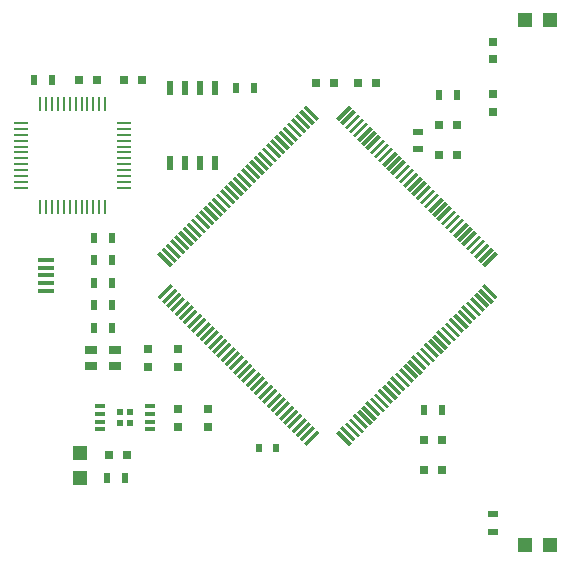
<source format=gtp>
G04 #@! TF.FileFunction,Paste,Top*
%FSLAX46Y46*%
G04 Gerber Fmt 4.6, Leading zero omitted, Abs format (unit mm)*
G04 Created by KiCad (PCBNEW 0.201602101416+6546~42~ubuntu14.04.1-product) date Thu 11 Feb 2016 08:58:18 AM CET*
%MOMM*%
G01*
G04 APERTURE LIST*
%ADD10C,0.100000*%
%ADD11R,0.750000X0.800000*%
%ADD12R,1.350000X0.400000*%
%ADD13R,0.250000X1.300000*%
%ADD14R,1.300000X0.250000*%
%ADD15R,0.800000X0.750000*%
%ADD16R,0.600000X0.700000*%
%ADD17R,0.500000X0.900000*%
%ADD18R,0.508000X1.143000*%
%ADD19R,0.890000X0.420000*%
%ADD20R,0.504000X0.564000*%
%ADD21R,1.050000X0.650000*%
%ADD22R,1.198880X1.198880*%
%ADD23R,0.900000X0.500000*%
G04 APERTURE END LIST*
D10*
D11*
X115570000Y-132195000D03*
X115570000Y-130695000D03*
D10*
G36*
X142465169Y-122427068D02*
X142677301Y-122639200D01*
X141581285Y-123735216D01*
X141369153Y-123523084D01*
X142465169Y-122427068D01*
X142465169Y-122427068D01*
G37*
G36*
X142111616Y-122073514D02*
X142323748Y-122285646D01*
X141227732Y-123381662D01*
X141015600Y-123169530D01*
X142111616Y-122073514D01*
X142111616Y-122073514D01*
G37*
G36*
X141758062Y-121719961D02*
X141970194Y-121932093D01*
X140874178Y-123028109D01*
X140662046Y-122815977D01*
X141758062Y-121719961D01*
X141758062Y-121719961D01*
G37*
G36*
X141404509Y-121366408D02*
X141616641Y-121578540D01*
X140520625Y-122674556D01*
X140308493Y-122462424D01*
X141404509Y-121366408D01*
X141404509Y-121366408D01*
G37*
G36*
X141050955Y-121012854D02*
X141263087Y-121224986D01*
X140167071Y-122321002D01*
X139954939Y-122108870D01*
X141050955Y-121012854D01*
X141050955Y-121012854D01*
G37*
G36*
X140697402Y-120659301D02*
X140909534Y-120871433D01*
X139813518Y-121967449D01*
X139601386Y-121755317D01*
X140697402Y-120659301D01*
X140697402Y-120659301D01*
G37*
G36*
X140343849Y-120305747D02*
X140555981Y-120517879D01*
X139459965Y-121613895D01*
X139247833Y-121401763D01*
X140343849Y-120305747D01*
X140343849Y-120305747D01*
G37*
G36*
X139990295Y-119952194D02*
X140202427Y-120164326D01*
X139106411Y-121260342D01*
X138894279Y-121048210D01*
X139990295Y-119952194D01*
X139990295Y-119952194D01*
G37*
G36*
X139636742Y-119598641D02*
X139848874Y-119810773D01*
X138752858Y-120906789D01*
X138540726Y-120694657D01*
X139636742Y-119598641D01*
X139636742Y-119598641D01*
G37*
G36*
X139283188Y-119245087D02*
X139495320Y-119457219D01*
X138399304Y-120553235D01*
X138187172Y-120341103D01*
X139283188Y-119245087D01*
X139283188Y-119245087D01*
G37*
G36*
X138929635Y-118891534D02*
X139141767Y-119103666D01*
X138045751Y-120199682D01*
X137833619Y-119987550D01*
X138929635Y-118891534D01*
X138929635Y-118891534D01*
G37*
G36*
X138576082Y-118537980D02*
X138788214Y-118750112D01*
X137692198Y-119846128D01*
X137480066Y-119633996D01*
X138576082Y-118537980D01*
X138576082Y-118537980D01*
G37*
G36*
X138222528Y-118184427D02*
X138434660Y-118396559D01*
X137338644Y-119492575D01*
X137126512Y-119280443D01*
X138222528Y-118184427D01*
X138222528Y-118184427D01*
G37*
G36*
X137868975Y-117830874D02*
X138081107Y-118043006D01*
X136985091Y-119139022D01*
X136772959Y-118926890D01*
X137868975Y-117830874D01*
X137868975Y-117830874D01*
G37*
G36*
X137515421Y-117477320D02*
X137727553Y-117689452D01*
X136631537Y-118785468D01*
X136419405Y-118573336D01*
X137515421Y-117477320D01*
X137515421Y-117477320D01*
G37*
G36*
X137161868Y-117123767D02*
X137374000Y-117335899D01*
X136277984Y-118431915D01*
X136065852Y-118219783D01*
X137161868Y-117123767D01*
X137161868Y-117123767D01*
G37*
G36*
X136808315Y-116770214D02*
X137020447Y-116982346D01*
X135924431Y-118078362D01*
X135712299Y-117866230D01*
X136808315Y-116770214D01*
X136808315Y-116770214D01*
G37*
G36*
X136454761Y-116416660D02*
X136666893Y-116628792D01*
X135570877Y-117724808D01*
X135358745Y-117512676D01*
X136454761Y-116416660D01*
X136454761Y-116416660D01*
G37*
G36*
X136101208Y-116063107D02*
X136313340Y-116275239D01*
X135217324Y-117371255D01*
X135005192Y-117159123D01*
X136101208Y-116063107D01*
X136101208Y-116063107D01*
G37*
G36*
X135747654Y-115709553D02*
X135959786Y-115921685D01*
X134863770Y-117017701D01*
X134651638Y-116805569D01*
X135747654Y-115709553D01*
X135747654Y-115709553D01*
G37*
G36*
X135394101Y-115356000D02*
X135606233Y-115568132D01*
X134510217Y-116664148D01*
X134298085Y-116452016D01*
X135394101Y-115356000D01*
X135394101Y-115356000D01*
G37*
G36*
X135040548Y-115002447D02*
X135252680Y-115214579D01*
X134156664Y-116310595D01*
X133944532Y-116098463D01*
X135040548Y-115002447D01*
X135040548Y-115002447D01*
G37*
G36*
X134686994Y-114648893D02*
X134899126Y-114861025D01*
X133803110Y-115957041D01*
X133590978Y-115744909D01*
X134686994Y-114648893D01*
X134686994Y-114648893D01*
G37*
G36*
X134333441Y-114295340D02*
X134545573Y-114507472D01*
X133449557Y-115603488D01*
X133237425Y-115391356D01*
X134333441Y-114295340D01*
X134333441Y-114295340D01*
G37*
G36*
X133979888Y-113941786D02*
X134192020Y-114153918D01*
X133096004Y-115249934D01*
X132883872Y-115037802D01*
X133979888Y-113941786D01*
X133979888Y-113941786D01*
G37*
G36*
X133626334Y-113588233D02*
X133838466Y-113800365D01*
X132742450Y-114896381D01*
X132530318Y-114684249D01*
X133626334Y-113588233D01*
X133626334Y-113588233D01*
G37*
G36*
X133272781Y-113234680D02*
X133484913Y-113446812D01*
X132388897Y-114542828D01*
X132176765Y-114330696D01*
X133272781Y-113234680D01*
X133272781Y-113234680D01*
G37*
G36*
X132919227Y-112881126D02*
X133131359Y-113093258D01*
X132035343Y-114189274D01*
X131823211Y-113977142D01*
X132919227Y-112881126D01*
X132919227Y-112881126D01*
G37*
G36*
X132565674Y-112527573D02*
X132777806Y-112739705D01*
X131681790Y-113835721D01*
X131469658Y-113623589D01*
X132565674Y-112527573D01*
X132565674Y-112527573D01*
G37*
G36*
X132212121Y-112174019D02*
X132424253Y-112386151D01*
X131328237Y-113482167D01*
X131116105Y-113270035D01*
X132212121Y-112174019D01*
X132212121Y-112174019D01*
G37*
G36*
X131858567Y-111820466D02*
X132070699Y-112032598D01*
X130974683Y-113128614D01*
X130762551Y-112916482D01*
X131858567Y-111820466D01*
X131858567Y-111820466D01*
G37*
G36*
X131505014Y-111466913D02*
X131717146Y-111679045D01*
X130621130Y-112775061D01*
X130408998Y-112562929D01*
X131505014Y-111466913D01*
X131505014Y-111466913D01*
G37*
G36*
X131151460Y-111113359D02*
X131363592Y-111325491D01*
X130267576Y-112421507D01*
X130055444Y-112209375D01*
X131151460Y-111113359D01*
X131151460Y-111113359D01*
G37*
G36*
X130797907Y-110759806D02*
X131010039Y-110971938D01*
X129914023Y-112067954D01*
X129701891Y-111855822D01*
X130797907Y-110759806D01*
X130797907Y-110759806D01*
G37*
G36*
X130444354Y-110406252D02*
X130656486Y-110618384D01*
X129560470Y-111714400D01*
X129348338Y-111502268D01*
X130444354Y-110406252D01*
X130444354Y-110406252D01*
G37*
G36*
X130090800Y-110052699D02*
X130302932Y-110264831D01*
X129206916Y-111360847D01*
X128994784Y-111148715D01*
X130090800Y-110052699D01*
X130090800Y-110052699D01*
G37*
G36*
X126237068Y-110264831D02*
X126449200Y-110052699D01*
X127545216Y-111148715D01*
X127333084Y-111360847D01*
X126237068Y-110264831D01*
X126237068Y-110264831D01*
G37*
G36*
X125883514Y-110618384D02*
X126095646Y-110406252D01*
X127191662Y-111502268D01*
X126979530Y-111714400D01*
X125883514Y-110618384D01*
X125883514Y-110618384D01*
G37*
G36*
X125529961Y-110971938D02*
X125742093Y-110759806D01*
X126838109Y-111855822D01*
X126625977Y-112067954D01*
X125529961Y-110971938D01*
X125529961Y-110971938D01*
G37*
G36*
X125176408Y-111325491D02*
X125388540Y-111113359D01*
X126484556Y-112209375D01*
X126272424Y-112421507D01*
X125176408Y-111325491D01*
X125176408Y-111325491D01*
G37*
G36*
X124822854Y-111679045D02*
X125034986Y-111466913D01*
X126131002Y-112562929D01*
X125918870Y-112775061D01*
X124822854Y-111679045D01*
X124822854Y-111679045D01*
G37*
G36*
X124469301Y-112032598D02*
X124681433Y-111820466D01*
X125777449Y-112916482D01*
X125565317Y-113128614D01*
X124469301Y-112032598D01*
X124469301Y-112032598D01*
G37*
G36*
X124115747Y-112386151D02*
X124327879Y-112174019D01*
X125423895Y-113270035D01*
X125211763Y-113482167D01*
X124115747Y-112386151D01*
X124115747Y-112386151D01*
G37*
G36*
X123762194Y-112739705D02*
X123974326Y-112527573D01*
X125070342Y-113623589D01*
X124858210Y-113835721D01*
X123762194Y-112739705D01*
X123762194Y-112739705D01*
G37*
G36*
X123408641Y-113093258D02*
X123620773Y-112881126D01*
X124716789Y-113977142D01*
X124504657Y-114189274D01*
X123408641Y-113093258D01*
X123408641Y-113093258D01*
G37*
G36*
X123055087Y-113446812D02*
X123267219Y-113234680D01*
X124363235Y-114330696D01*
X124151103Y-114542828D01*
X123055087Y-113446812D01*
X123055087Y-113446812D01*
G37*
G36*
X122701534Y-113800365D02*
X122913666Y-113588233D01*
X124009682Y-114684249D01*
X123797550Y-114896381D01*
X122701534Y-113800365D01*
X122701534Y-113800365D01*
G37*
G36*
X122347980Y-114153918D02*
X122560112Y-113941786D01*
X123656128Y-115037802D01*
X123443996Y-115249934D01*
X122347980Y-114153918D01*
X122347980Y-114153918D01*
G37*
G36*
X121994427Y-114507472D02*
X122206559Y-114295340D01*
X123302575Y-115391356D01*
X123090443Y-115603488D01*
X121994427Y-114507472D01*
X121994427Y-114507472D01*
G37*
G36*
X121640874Y-114861025D02*
X121853006Y-114648893D01*
X122949022Y-115744909D01*
X122736890Y-115957041D01*
X121640874Y-114861025D01*
X121640874Y-114861025D01*
G37*
G36*
X121287320Y-115214579D02*
X121499452Y-115002447D01*
X122595468Y-116098463D01*
X122383336Y-116310595D01*
X121287320Y-115214579D01*
X121287320Y-115214579D01*
G37*
G36*
X120933767Y-115568132D02*
X121145899Y-115356000D01*
X122241915Y-116452016D01*
X122029783Y-116664148D01*
X120933767Y-115568132D01*
X120933767Y-115568132D01*
G37*
G36*
X120580214Y-115921685D02*
X120792346Y-115709553D01*
X121888362Y-116805569D01*
X121676230Y-117017701D01*
X120580214Y-115921685D01*
X120580214Y-115921685D01*
G37*
G36*
X120226660Y-116275239D02*
X120438792Y-116063107D01*
X121534808Y-117159123D01*
X121322676Y-117371255D01*
X120226660Y-116275239D01*
X120226660Y-116275239D01*
G37*
G36*
X119873107Y-116628792D02*
X120085239Y-116416660D01*
X121181255Y-117512676D01*
X120969123Y-117724808D01*
X119873107Y-116628792D01*
X119873107Y-116628792D01*
G37*
G36*
X119519553Y-116982346D02*
X119731685Y-116770214D01*
X120827701Y-117866230D01*
X120615569Y-118078362D01*
X119519553Y-116982346D01*
X119519553Y-116982346D01*
G37*
G36*
X119166000Y-117335899D02*
X119378132Y-117123767D01*
X120474148Y-118219783D01*
X120262016Y-118431915D01*
X119166000Y-117335899D01*
X119166000Y-117335899D01*
G37*
G36*
X118812447Y-117689452D02*
X119024579Y-117477320D01*
X120120595Y-118573336D01*
X119908463Y-118785468D01*
X118812447Y-117689452D01*
X118812447Y-117689452D01*
G37*
G36*
X118458893Y-118043006D02*
X118671025Y-117830874D01*
X119767041Y-118926890D01*
X119554909Y-119139022D01*
X118458893Y-118043006D01*
X118458893Y-118043006D01*
G37*
G36*
X118105340Y-118396559D02*
X118317472Y-118184427D01*
X119413488Y-119280443D01*
X119201356Y-119492575D01*
X118105340Y-118396559D01*
X118105340Y-118396559D01*
G37*
G36*
X117751786Y-118750112D02*
X117963918Y-118537980D01*
X119059934Y-119633996D01*
X118847802Y-119846128D01*
X117751786Y-118750112D01*
X117751786Y-118750112D01*
G37*
G36*
X117398233Y-119103666D02*
X117610365Y-118891534D01*
X118706381Y-119987550D01*
X118494249Y-120199682D01*
X117398233Y-119103666D01*
X117398233Y-119103666D01*
G37*
G36*
X117044680Y-119457219D02*
X117256812Y-119245087D01*
X118352828Y-120341103D01*
X118140696Y-120553235D01*
X117044680Y-119457219D01*
X117044680Y-119457219D01*
G37*
G36*
X116691126Y-119810773D02*
X116903258Y-119598641D01*
X117999274Y-120694657D01*
X117787142Y-120906789D01*
X116691126Y-119810773D01*
X116691126Y-119810773D01*
G37*
G36*
X116337573Y-120164326D02*
X116549705Y-119952194D01*
X117645721Y-121048210D01*
X117433589Y-121260342D01*
X116337573Y-120164326D01*
X116337573Y-120164326D01*
G37*
G36*
X115984019Y-120517879D02*
X116196151Y-120305747D01*
X117292167Y-121401763D01*
X117080035Y-121613895D01*
X115984019Y-120517879D01*
X115984019Y-120517879D01*
G37*
G36*
X115630466Y-120871433D02*
X115842598Y-120659301D01*
X116938614Y-121755317D01*
X116726482Y-121967449D01*
X115630466Y-120871433D01*
X115630466Y-120871433D01*
G37*
G36*
X115276913Y-121224986D02*
X115489045Y-121012854D01*
X116585061Y-122108870D01*
X116372929Y-122321002D01*
X115276913Y-121224986D01*
X115276913Y-121224986D01*
G37*
G36*
X114923359Y-121578540D02*
X115135491Y-121366408D01*
X116231507Y-122462424D01*
X116019375Y-122674556D01*
X114923359Y-121578540D01*
X114923359Y-121578540D01*
G37*
G36*
X114569806Y-121932093D02*
X114781938Y-121719961D01*
X115877954Y-122815977D01*
X115665822Y-123028109D01*
X114569806Y-121932093D01*
X114569806Y-121932093D01*
G37*
G36*
X114216252Y-122285646D02*
X114428384Y-122073514D01*
X115524400Y-123169530D01*
X115312268Y-123381662D01*
X114216252Y-122285646D01*
X114216252Y-122285646D01*
G37*
G36*
X113862699Y-122639200D02*
X114074831Y-122427068D01*
X115170847Y-123523084D01*
X114958715Y-123735216D01*
X113862699Y-122639200D01*
X113862699Y-122639200D01*
G37*
G36*
X114958715Y-125184784D02*
X115170847Y-125396916D01*
X114074831Y-126492932D01*
X113862699Y-126280800D01*
X114958715Y-125184784D01*
X114958715Y-125184784D01*
G37*
G36*
X115312268Y-125538338D02*
X115524400Y-125750470D01*
X114428384Y-126846486D01*
X114216252Y-126634354D01*
X115312268Y-125538338D01*
X115312268Y-125538338D01*
G37*
G36*
X115665822Y-125891891D02*
X115877954Y-126104023D01*
X114781938Y-127200039D01*
X114569806Y-126987907D01*
X115665822Y-125891891D01*
X115665822Y-125891891D01*
G37*
G36*
X116019375Y-126245444D02*
X116231507Y-126457576D01*
X115135491Y-127553592D01*
X114923359Y-127341460D01*
X116019375Y-126245444D01*
X116019375Y-126245444D01*
G37*
G36*
X116372929Y-126598998D02*
X116585061Y-126811130D01*
X115489045Y-127907146D01*
X115276913Y-127695014D01*
X116372929Y-126598998D01*
X116372929Y-126598998D01*
G37*
G36*
X116726482Y-126952551D02*
X116938614Y-127164683D01*
X115842598Y-128260699D01*
X115630466Y-128048567D01*
X116726482Y-126952551D01*
X116726482Y-126952551D01*
G37*
G36*
X117080035Y-127306105D02*
X117292167Y-127518237D01*
X116196151Y-128614253D01*
X115984019Y-128402121D01*
X117080035Y-127306105D01*
X117080035Y-127306105D01*
G37*
G36*
X117433589Y-127659658D02*
X117645721Y-127871790D01*
X116549705Y-128967806D01*
X116337573Y-128755674D01*
X117433589Y-127659658D01*
X117433589Y-127659658D01*
G37*
G36*
X117787142Y-128013211D02*
X117999274Y-128225343D01*
X116903258Y-129321359D01*
X116691126Y-129109227D01*
X117787142Y-128013211D01*
X117787142Y-128013211D01*
G37*
G36*
X118140696Y-128366765D02*
X118352828Y-128578897D01*
X117256812Y-129674913D01*
X117044680Y-129462781D01*
X118140696Y-128366765D01*
X118140696Y-128366765D01*
G37*
G36*
X118494249Y-128720318D02*
X118706381Y-128932450D01*
X117610365Y-130028466D01*
X117398233Y-129816334D01*
X118494249Y-128720318D01*
X118494249Y-128720318D01*
G37*
G36*
X118847802Y-129073872D02*
X119059934Y-129286004D01*
X117963918Y-130382020D01*
X117751786Y-130169888D01*
X118847802Y-129073872D01*
X118847802Y-129073872D01*
G37*
G36*
X119201356Y-129427425D02*
X119413488Y-129639557D01*
X118317472Y-130735573D01*
X118105340Y-130523441D01*
X119201356Y-129427425D01*
X119201356Y-129427425D01*
G37*
G36*
X119554909Y-129780978D02*
X119767041Y-129993110D01*
X118671025Y-131089126D01*
X118458893Y-130876994D01*
X119554909Y-129780978D01*
X119554909Y-129780978D01*
G37*
G36*
X119908463Y-130134532D02*
X120120595Y-130346664D01*
X119024579Y-131442680D01*
X118812447Y-131230548D01*
X119908463Y-130134532D01*
X119908463Y-130134532D01*
G37*
G36*
X120262016Y-130488085D02*
X120474148Y-130700217D01*
X119378132Y-131796233D01*
X119166000Y-131584101D01*
X120262016Y-130488085D01*
X120262016Y-130488085D01*
G37*
G36*
X120615569Y-130841638D02*
X120827701Y-131053770D01*
X119731685Y-132149786D01*
X119519553Y-131937654D01*
X120615569Y-130841638D01*
X120615569Y-130841638D01*
G37*
G36*
X120969123Y-131195192D02*
X121181255Y-131407324D01*
X120085239Y-132503340D01*
X119873107Y-132291208D01*
X120969123Y-131195192D01*
X120969123Y-131195192D01*
G37*
G36*
X121322676Y-131548745D02*
X121534808Y-131760877D01*
X120438792Y-132856893D01*
X120226660Y-132644761D01*
X121322676Y-131548745D01*
X121322676Y-131548745D01*
G37*
G36*
X121676230Y-131902299D02*
X121888362Y-132114431D01*
X120792346Y-133210447D01*
X120580214Y-132998315D01*
X121676230Y-131902299D01*
X121676230Y-131902299D01*
G37*
G36*
X122029783Y-132255852D02*
X122241915Y-132467984D01*
X121145899Y-133564000D01*
X120933767Y-133351868D01*
X122029783Y-132255852D01*
X122029783Y-132255852D01*
G37*
G36*
X122383336Y-132609405D02*
X122595468Y-132821537D01*
X121499452Y-133917553D01*
X121287320Y-133705421D01*
X122383336Y-132609405D01*
X122383336Y-132609405D01*
G37*
G36*
X122736890Y-132962959D02*
X122949022Y-133175091D01*
X121853006Y-134271107D01*
X121640874Y-134058975D01*
X122736890Y-132962959D01*
X122736890Y-132962959D01*
G37*
G36*
X123090443Y-133316512D02*
X123302575Y-133528644D01*
X122206559Y-134624660D01*
X121994427Y-134412528D01*
X123090443Y-133316512D01*
X123090443Y-133316512D01*
G37*
G36*
X123443996Y-133670066D02*
X123656128Y-133882198D01*
X122560112Y-134978214D01*
X122347980Y-134766082D01*
X123443996Y-133670066D01*
X123443996Y-133670066D01*
G37*
G36*
X123797550Y-134023619D02*
X124009682Y-134235751D01*
X122913666Y-135331767D01*
X122701534Y-135119635D01*
X123797550Y-134023619D01*
X123797550Y-134023619D01*
G37*
G36*
X124151103Y-134377172D02*
X124363235Y-134589304D01*
X123267219Y-135685320D01*
X123055087Y-135473188D01*
X124151103Y-134377172D01*
X124151103Y-134377172D01*
G37*
G36*
X124504657Y-134730726D02*
X124716789Y-134942858D01*
X123620773Y-136038874D01*
X123408641Y-135826742D01*
X124504657Y-134730726D01*
X124504657Y-134730726D01*
G37*
G36*
X124858210Y-135084279D02*
X125070342Y-135296411D01*
X123974326Y-136392427D01*
X123762194Y-136180295D01*
X124858210Y-135084279D01*
X124858210Y-135084279D01*
G37*
G36*
X125211763Y-135437833D02*
X125423895Y-135649965D01*
X124327879Y-136745981D01*
X124115747Y-136533849D01*
X125211763Y-135437833D01*
X125211763Y-135437833D01*
G37*
G36*
X125565317Y-135791386D02*
X125777449Y-136003518D01*
X124681433Y-137099534D01*
X124469301Y-136887402D01*
X125565317Y-135791386D01*
X125565317Y-135791386D01*
G37*
G36*
X125918870Y-136144939D02*
X126131002Y-136357071D01*
X125034986Y-137453087D01*
X124822854Y-137240955D01*
X125918870Y-136144939D01*
X125918870Y-136144939D01*
G37*
G36*
X126272424Y-136498493D02*
X126484556Y-136710625D01*
X125388540Y-137806641D01*
X125176408Y-137594509D01*
X126272424Y-136498493D01*
X126272424Y-136498493D01*
G37*
G36*
X126625977Y-136852046D02*
X126838109Y-137064178D01*
X125742093Y-138160194D01*
X125529961Y-137948062D01*
X126625977Y-136852046D01*
X126625977Y-136852046D01*
G37*
G36*
X126979530Y-137205600D02*
X127191662Y-137417732D01*
X126095646Y-138513748D01*
X125883514Y-138301616D01*
X126979530Y-137205600D01*
X126979530Y-137205600D01*
G37*
G36*
X127333084Y-137559153D02*
X127545216Y-137771285D01*
X126449200Y-138867301D01*
X126237068Y-138655169D01*
X127333084Y-137559153D01*
X127333084Y-137559153D01*
G37*
G36*
X128994784Y-137771285D02*
X129206916Y-137559153D01*
X130302932Y-138655169D01*
X130090800Y-138867301D01*
X128994784Y-137771285D01*
X128994784Y-137771285D01*
G37*
G36*
X129348338Y-137417732D02*
X129560470Y-137205600D01*
X130656486Y-138301616D01*
X130444354Y-138513748D01*
X129348338Y-137417732D01*
X129348338Y-137417732D01*
G37*
G36*
X129701891Y-137064178D02*
X129914023Y-136852046D01*
X131010039Y-137948062D01*
X130797907Y-138160194D01*
X129701891Y-137064178D01*
X129701891Y-137064178D01*
G37*
G36*
X130055444Y-136710625D02*
X130267576Y-136498493D01*
X131363592Y-137594509D01*
X131151460Y-137806641D01*
X130055444Y-136710625D01*
X130055444Y-136710625D01*
G37*
G36*
X130408998Y-136357071D02*
X130621130Y-136144939D01*
X131717146Y-137240955D01*
X131505014Y-137453087D01*
X130408998Y-136357071D01*
X130408998Y-136357071D01*
G37*
G36*
X130762551Y-136003518D02*
X130974683Y-135791386D01*
X132070699Y-136887402D01*
X131858567Y-137099534D01*
X130762551Y-136003518D01*
X130762551Y-136003518D01*
G37*
G36*
X131116105Y-135649965D02*
X131328237Y-135437833D01*
X132424253Y-136533849D01*
X132212121Y-136745981D01*
X131116105Y-135649965D01*
X131116105Y-135649965D01*
G37*
G36*
X131469658Y-135296411D02*
X131681790Y-135084279D01*
X132777806Y-136180295D01*
X132565674Y-136392427D01*
X131469658Y-135296411D01*
X131469658Y-135296411D01*
G37*
G36*
X131823211Y-134942858D02*
X132035343Y-134730726D01*
X133131359Y-135826742D01*
X132919227Y-136038874D01*
X131823211Y-134942858D01*
X131823211Y-134942858D01*
G37*
G36*
X132176765Y-134589304D02*
X132388897Y-134377172D01*
X133484913Y-135473188D01*
X133272781Y-135685320D01*
X132176765Y-134589304D01*
X132176765Y-134589304D01*
G37*
G36*
X132530318Y-134235751D02*
X132742450Y-134023619D01*
X133838466Y-135119635D01*
X133626334Y-135331767D01*
X132530318Y-134235751D01*
X132530318Y-134235751D01*
G37*
G36*
X132883872Y-133882198D02*
X133096004Y-133670066D01*
X134192020Y-134766082D01*
X133979888Y-134978214D01*
X132883872Y-133882198D01*
X132883872Y-133882198D01*
G37*
G36*
X133237425Y-133528644D02*
X133449557Y-133316512D01*
X134545573Y-134412528D01*
X134333441Y-134624660D01*
X133237425Y-133528644D01*
X133237425Y-133528644D01*
G37*
G36*
X133590978Y-133175091D02*
X133803110Y-132962959D01*
X134899126Y-134058975D01*
X134686994Y-134271107D01*
X133590978Y-133175091D01*
X133590978Y-133175091D01*
G37*
G36*
X133944532Y-132821537D02*
X134156664Y-132609405D01*
X135252680Y-133705421D01*
X135040548Y-133917553D01*
X133944532Y-132821537D01*
X133944532Y-132821537D01*
G37*
G36*
X134298085Y-132467984D02*
X134510217Y-132255852D01*
X135606233Y-133351868D01*
X135394101Y-133564000D01*
X134298085Y-132467984D01*
X134298085Y-132467984D01*
G37*
G36*
X134651638Y-132114431D02*
X134863770Y-131902299D01*
X135959786Y-132998315D01*
X135747654Y-133210447D01*
X134651638Y-132114431D01*
X134651638Y-132114431D01*
G37*
G36*
X135005192Y-131760877D02*
X135217324Y-131548745D01*
X136313340Y-132644761D01*
X136101208Y-132856893D01*
X135005192Y-131760877D01*
X135005192Y-131760877D01*
G37*
G36*
X135358745Y-131407324D02*
X135570877Y-131195192D01*
X136666893Y-132291208D01*
X136454761Y-132503340D01*
X135358745Y-131407324D01*
X135358745Y-131407324D01*
G37*
G36*
X135712299Y-131053770D02*
X135924431Y-130841638D01*
X137020447Y-131937654D01*
X136808315Y-132149786D01*
X135712299Y-131053770D01*
X135712299Y-131053770D01*
G37*
G36*
X136065852Y-130700217D02*
X136277984Y-130488085D01*
X137374000Y-131584101D01*
X137161868Y-131796233D01*
X136065852Y-130700217D01*
X136065852Y-130700217D01*
G37*
G36*
X136419405Y-130346664D02*
X136631537Y-130134532D01*
X137727553Y-131230548D01*
X137515421Y-131442680D01*
X136419405Y-130346664D01*
X136419405Y-130346664D01*
G37*
G36*
X136772959Y-129993110D02*
X136985091Y-129780978D01*
X138081107Y-130876994D01*
X137868975Y-131089126D01*
X136772959Y-129993110D01*
X136772959Y-129993110D01*
G37*
G36*
X137126512Y-129639557D02*
X137338644Y-129427425D01*
X138434660Y-130523441D01*
X138222528Y-130735573D01*
X137126512Y-129639557D01*
X137126512Y-129639557D01*
G37*
G36*
X137480066Y-129286004D02*
X137692198Y-129073872D01*
X138788214Y-130169888D01*
X138576082Y-130382020D01*
X137480066Y-129286004D01*
X137480066Y-129286004D01*
G37*
G36*
X137833619Y-128932450D02*
X138045751Y-128720318D01*
X139141767Y-129816334D01*
X138929635Y-130028466D01*
X137833619Y-128932450D01*
X137833619Y-128932450D01*
G37*
G36*
X138187172Y-128578897D02*
X138399304Y-128366765D01*
X139495320Y-129462781D01*
X139283188Y-129674913D01*
X138187172Y-128578897D01*
X138187172Y-128578897D01*
G37*
G36*
X138540726Y-128225343D02*
X138752858Y-128013211D01*
X139848874Y-129109227D01*
X139636742Y-129321359D01*
X138540726Y-128225343D01*
X138540726Y-128225343D01*
G37*
G36*
X138894279Y-127871790D02*
X139106411Y-127659658D01*
X140202427Y-128755674D01*
X139990295Y-128967806D01*
X138894279Y-127871790D01*
X138894279Y-127871790D01*
G37*
G36*
X139247833Y-127518237D02*
X139459965Y-127306105D01*
X140555981Y-128402121D01*
X140343849Y-128614253D01*
X139247833Y-127518237D01*
X139247833Y-127518237D01*
G37*
G36*
X139601386Y-127164683D02*
X139813518Y-126952551D01*
X140909534Y-128048567D01*
X140697402Y-128260699D01*
X139601386Y-127164683D01*
X139601386Y-127164683D01*
G37*
G36*
X139954939Y-126811130D02*
X140167071Y-126598998D01*
X141263087Y-127695014D01*
X141050955Y-127907146D01*
X139954939Y-126811130D01*
X139954939Y-126811130D01*
G37*
G36*
X140308493Y-126457576D02*
X140520625Y-126245444D01*
X141616641Y-127341460D01*
X141404509Y-127553592D01*
X140308493Y-126457576D01*
X140308493Y-126457576D01*
G37*
G36*
X140662046Y-126104023D02*
X140874178Y-125891891D01*
X141970194Y-126987907D01*
X141758062Y-127200039D01*
X140662046Y-126104023D01*
X140662046Y-126104023D01*
G37*
G36*
X141015600Y-125750470D02*
X141227732Y-125538338D01*
X142323748Y-126634354D01*
X142111616Y-126846486D01*
X141015600Y-125750470D01*
X141015600Y-125750470D01*
G37*
G36*
X141369153Y-125396916D02*
X141581285Y-125184784D01*
X142677301Y-126280800D01*
X142465169Y-126492932D01*
X141369153Y-125396916D01*
X141369153Y-125396916D01*
G37*
D12*
X104432540Y-123159100D03*
X104432540Y-123809100D03*
X104432540Y-124459100D03*
X104432540Y-125109100D03*
X104432540Y-125759100D03*
D13*
X103930000Y-118650000D03*
X104430000Y-118650000D03*
X104930000Y-118650000D03*
X105430000Y-118650000D03*
X105930000Y-118650000D03*
X106430000Y-118650000D03*
X106930000Y-118650000D03*
X107430000Y-118650000D03*
X107930000Y-118650000D03*
X108430000Y-118650000D03*
X108930000Y-118650000D03*
X109430000Y-118650000D03*
D14*
X111030000Y-117050000D03*
X111030000Y-116550000D03*
X111030000Y-116050000D03*
X111030000Y-115550000D03*
X111030000Y-115050000D03*
X111030000Y-114550000D03*
X111030000Y-114050000D03*
X111030000Y-113550000D03*
X111030000Y-113050000D03*
X111030000Y-112550000D03*
X111030000Y-112050000D03*
X111030000Y-111550000D03*
D13*
X109430000Y-109950000D03*
X108930000Y-109950000D03*
X108430000Y-109950000D03*
X107930000Y-109950000D03*
X107430000Y-109950000D03*
X106930000Y-109950000D03*
X106430000Y-109950000D03*
X105930000Y-109950000D03*
X105430000Y-109950000D03*
X104930000Y-109950000D03*
X104430000Y-109950000D03*
X103930000Y-109950000D03*
D14*
X102330000Y-111550000D03*
X102330000Y-112050000D03*
X102330000Y-112550000D03*
X102330000Y-113050000D03*
X102330000Y-113550000D03*
X102330000Y-114050000D03*
X102330000Y-114550000D03*
X102330000Y-115050000D03*
X102330000Y-115550000D03*
X102330000Y-116050000D03*
X102330000Y-116550000D03*
X102330000Y-117050000D03*
D15*
X137680000Y-111760000D03*
X139180000Y-111760000D03*
X137680000Y-114300000D03*
X139180000Y-114300000D03*
D16*
X122490000Y-139065000D03*
X123890000Y-139065000D03*
D17*
X137680000Y-109220000D03*
X139180000Y-109220000D03*
D18*
X118745000Y-114935000D03*
X117475000Y-114935000D03*
X116205000Y-114935000D03*
X114935000Y-114935000D03*
X114935000Y-108585000D03*
X116205000Y-108585000D03*
X117475000Y-108585000D03*
X118745000Y-108585000D03*
D17*
X103390000Y-107950000D03*
X104890000Y-107950000D03*
X108470000Y-127000000D03*
X109970000Y-127000000D03*
X109970000Y-121285000D03*
X108470000Y-121285000D03*
X109970000Y-125095000D03*
X108470000Y-125095000D03*
X120535000Y-108585000D03*
X122035000Y-108585000D03*
X109970000Y-123190000D03*
X108470000Y-123190000D03*
D15*
X111010000Y-107950000D03*
X112510000Y-107950000D03*
X107200000Y-107950000D03*
X108700000Y-107950000D03*
X136410000Y-140970000D03*
X137910000Y-140970000D03*
X136410000Y-138430000D03*
X137910000Y-138430000D03*
D11*
X118110000Y-135775000D03*
X118110000Y-137275000D03*
X115570000Y-135775000D03*
X115570000Y-137275000D03*
X113030000Y-132195000D03*
X113030000Y-130695000D03*
D15*
X130822000Y-108204000D03*
X132322000Y-108204000D03*
X128766000Y-108204000D03*
X127266000Y-108204000D03*
D17*
X108470000Y-128905000D03*
X109970000Y-128905000D03*
X136410000Y-135890000D03*
X137910000Y-135890000D03*
D15*
X109740000Y-139700000D03*
X111240000Y-139700000D03*
D19*
X109020000Y-135550000D03*
X109020000Y-136200000D03*
X109020000Y-136850000D03*
X109020000Y-137500000D03*
X113230000Y-137500000D03*
X113230000Y-136850000D03*
X113230000Y-136200000D03*
X113230000Y-135550000D03*
D20*
X111545000Y-136995000D03*
X111545000Y-136055000D03*
X110705000Y-136995000D03*
X110705000Y-136055000D03*
D11*
X142240000Y-106160000D03*
X142240000Y-104660000D03*
X142240000Y-109105000D03*
X142240000Y-110605000D03*
D21*
X110245000Y-132120000D03*
X110245000Y-130770000D03*
X108195000Y-130770000D03*
X108195000Y-132120000D03*
D22*
X107315000Y-141605000D03*
X107315000Y-139506960D03*
X145000980Y-147320000D03*
X147099020Y-147320000D03*
X145000980Y-102870000D03*
X147099020Y-102870000D03*
D17*
X111125000Y-141605000D03*
X109625000Y-141605000D03*
D23*
X142240000Y-144665000D03*
X142240000Y-146165000D03*
X135890000Y-113780000D03*
X135890000Y-112280000D03*
M02*

</source>
